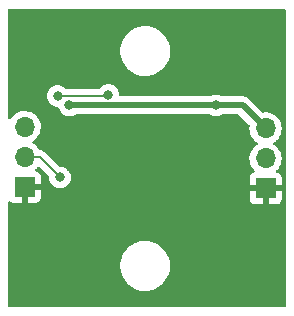
<source format=gbl>
%TF.GenerationSoftware,KiCad,Pcbnew,6.0.4-6f826c9f35~116~ubuntu20.04.1*%
%TF.CreationDate,2022-04-29T21:07:04-06:00*%
%TF.ProjectId,square,73717561-7265-42e6-9b69-6361645f7063,rev?*%
%TF.SameCoordinates,Original*%
%TF.FileFunction,Copper,L2,Bot*%
%TF.FilePolarity,Positive*%
%FSLAX46Y46*%
G04 Gerber Fmt 4.6, Leading zero omitted, Abs format (unit mm)*
G04 Created by KiCad (PCBNEW 6.0.4-6f826c9f35~116~ubuntu20.04.1) date 2022-04-29 21:07:04*
%MOMM*%
%LPD*%
G01*
G04 APERTURE LIST*
%TA.AperFunction,ComponentPad*%
%ADD10R,1.700000X1.700000*%
%TD*%
%TA.AperFunction,ComponentPad*%
%ADD11O,1.700000X1.700000*%
%TD*%
%TA.AperFunction,ViaPad*%
%ADD12C,0.800000*%
%TD*%
%TA.AperFunction,Conductor*%
%ADD13C,0.500000*%
%TD*%
%TA.AperFunction,Conductor*%
%ADD14C,0.200000*%
%TD*%
G04 APERTURE END LIST*
D10*
%TO.P,J2,1,Pin_1*%
%TO.N,GND*%
X60300000Y-48325000D03*
D11*
%TO.P,J2,2,Pin_2*%
%TO.N,/SIG_OUT*%
X60300000Y-45785000D03*
%TO.P,J2,3,Pin_3*%
%TO.N,VCC*%
X60300000Y-43245000D03*
%TD*%
D10*
%TO.P,J1,1,Pin_1*%
%TO.N,GND*%
X39900000Y-48215000D03*
D11*
%TO.P,J1,2,Pin_2*%
%TO.N,/SIG_IN*%
X39900000Y-45675000D03*
%TO.P,J1,3,Pin_3*%
%TO.N,VCC*%
X39900000Y-43135000D03*
%TD*%
D12*
%TO.N,VCC*%
X43700000Y-41300000D03*
X56100000Y-41300000D03*
%TO.N,GND*%
X45000000Y-44300000D03*
X56349500Y-44600000D03*
%TO.N,Net-(D1-Pad2)*%
X42700000Y-40500000D03*
X47000000Y-40400000D03*
%TO.N,/SIG_IN*%
X42900000Y-47400000D03*
%TD*%
D13*
%TO.N,VCC*%
X43700000Y-41300000D02*
X56100000Y-41300000D01*
X58355000Y-41300000D02*
X60300000Y-43245000D01*
X56100000Y-41300000D02*
X58355000Y-41300000D01*
%TO.N,GND*%
X45000000Y-44300000D02*
X45300000Y-44600000D01*
X45300000Y-44600000D02*
X56349500Y-44600000D01*
D14*
%TO.N,Net-(D1-Pad2)*%
X42700000Y-40500000D02*
X46900000Y-40500000D01*
X46900000Y-40500000D02*
X47000000Y-40400000D01*
%TO.N,/SIG_IN*%
X39900000Y-45675000D02*
X41175000Y-45675000D01*
X41175000Y-45675000D02*
X42900000Y-47400000D01*
%TD*%
%TA.AperFunction,Conductor*%
%TO.N,GND*%
G36*
X61933621Y-33128502D02*
G01*
X61980114Y-33182158D01*
X61991500Y-33234500D01*
X61991500Y-58265500D01*
X61971498Y-58333621D01*
X61917842Y-58380114D01*
X61865500Y-58391500D01*
X38634500Y-58391500D01*
X38566379Y-58371498D01*
X38519886Y-58317842D01*
X38508500Y-58265500D01*
X38508500Y-55016820D01*
X47990743Y-55016820D01*
X48028268Y-55301851D01*
X48104129Y-55579153D01*
X48216923Y-55843593D01*
X48364561Y-56090278D01*
X48544313Y-56314645D01*
X48752851Y-56512540D01*
X48986317Y-56680303D01*
X48990112Y-56682312D01*
X48990113Y-56682313D01*
X49011869Y-56693832D01*
X49240392Y-56814829D01*
X49510373Y-56913628D01*
X49791264Y-56974872D01*
X49819841Y-56977121D01*
X50014282Y-56992424D01*
X50014291Y-56992424D01*
X50016739Y-56992617D01*
X50172271Y-56992617D01*
X50174407Y-56992471D01*
X50174418Y-56992471D01*
X50382548Y-56978282D01*
X50382554Y-56978281D01*
X50386825Y-56977990D01*
X50391020Y-56977121D01*
X50391022Y-56977121D01*
X50527584Y-56948840D01*
X50668342Y-56919691D01*
X50939343Y-56823724D01*
X51194812Y-56691867D01*
X51198313Y-56689406D01*
X51198317Y-56689404D01*
X51312418Y-56609212D01*
X51430023Y-56526558D01*
X51640622Y-56330857D01*
X51822713Y-56108385D01*
X51972927Y-55863259D01*
X52088483Y-55600015D01*
X52167244Y-55323523D01*
X52207751Y-55038901D01*
X52207845Y-55021068D01*
X52209235Y-54755700D01*
X52209235Y-54755693D01*
X52209257Y-54751414D01*
X52171732Y-54466383D01*
X52095871Y-54189081D01*
X51983077Y-53924641D01*
X51835439Y-53677956D01*
X51655687Y-53453589D01*
X51447149Y-53255694D01*
X51213683Y-53087931D01*
X51191843Y-53076367D01*
X51168654Y-53064089D01*
X50959608Y-52953405D01*
X50689627Y-52854606D01*
X50408736Y-52793362D01*
X50377685Y-52790918D01*
X50185718Y-52775810D01*
X50185709Y-52775810D01*
X50183261Y-52775617D01*
X50027729Y-52775617D01*
X50025593Y-52775763D01*
X50025582Y-52775763D01*
X49817452Y-52789952D01*
X49817446Y-52789953D01*
X49813175Y-52790244D01*
X49808980Y-52791113D01*
X49808978Y-52791113D01*
X49672416Y-52819394D01*
X49531658Y-52848543D01*
X49260657Y-52944510D01*
X49005188Y-53076367D01*
X49001687Y-53078828D01*
X49001683Y-53078830D01*
X48991594Y-53085921D01*
X48769977Y-53241676D01*
X48559378Y-53437377D01*
X48377287Y-53659849D01*
X48227073Y-53904975D01*
X48111517Y-54168219D01*
X48032756Y-54444711D01*
X47992249Y-54729333D01*
X47992227Y-54733622D01*
X47992226Y-54733629D01*
X47990765Y-55012534D01*
X47990743Y-55016820D01*
X38508500Y-55016820D01*
X38508500Y-49545944D01*
X38528502Y-49477823D01*
X38582158Y-49431330D01*
X38652432Y-49421226D01*
X38710065Y-49445118D01*
X38796351Y-49509786D01*
X38811946Y-49518324D01*
X38932394Y-49563478D01*
X38947649Y-49567105D01*
X38998514Y-49572631D01*
X39005328Y-49573000D01*
X39627885Y-49573000D01*
X39643124Y-49568525D01*
X39644329Y-49567135D01*
X39646000Y-49559452D01*
X39646000Y-49554884D01*
X40154000Y-49554884D01*
X40158475Y-49570123D01*
X40159865Y-49571328D01*
X40167548Y-49572999D01*
X40794669Y-49572999D01*
X40801490Y-49572629D01*
X40852352Y-49567105D01*
X40867604Y-49563479D01*
X40988054Y-49518324D01*
X41003649Y-49509786D01*
X41105724Y-49433285D01*
X41118285Y-49420724D01*
X41194786Y-49318649D01*
X41203324Y-49303054D01*
X41234584Y-49219669D01*
X58942001Y-49219669D01*
X58942371Y-49226490D01*
X58947895Y-49277352D01*
X58951521Y-49292604D01*
X58996676Y-49413054D01*
X59005214Y-49428649D01*
X59081715Y-49530724D01*
X59094276Y-49543285D01*
X59196351Y-49619786D01*
X59211946Y-49628324D01*
X59332394Y-49673478D01*
X59347649Y-49677105D01*
X59398514Y-49682631D01*
X59405328Y-49683000D01*
X60027885Y-49683000D01*
X60043124Y-49678525D01*
X60044329Y-49677135D01*
X60046000Y-49669452D01*
X60046000Y-49664884D01*
X60554000Y-49664884D01*
X60558475Y-49680123D01*
X60559865Y-49681328D01*
X60567548Y-49682999D01*
X61194669Y-49682999D01*
X61201490Y-49682629D01*
X61252352Y-49677105D01*
X61267604Y-49673479D01*
X61388054Y-49628324D01*
X61403649Y-49619786D01*
X61505724Y-49543285D01*
X61518285Y-49530724D01*
X61594786Y-49428649D01*
X61603324Y-49413054D01*
X61648478Y-49292606D01*
X61652105Y-49277351D01*
X61657631Y-49226486D01*
X61658000Y-49219672D01*
X61658000Y-48597115D01*
X61653525Y-48581876D01*
X61652135Y-48580671D01*
X61644452Y-48579000D01*
X60572115Y-48579000D01*
X60556876Y-48583475D01*
X60555671Y-48584865D01*
X60554000Y-48592548D01*
X60554000Y-49664884D01*
X60046000Y-49664884D01*
X60046000Y-48597115D01*
X60041525Y-48581876D01*
X60040135Y-48580671D01*
X60032452Y-48579000D01*
X58960116Y-48579000D01*
X58944877Y-48583475D01*
X58943672Y-48584865D01*
X58942001Y-48592548D01*
X58942001Y-49219669D01*
X41234584Y-49219669D01*
X41248478Y-49182606D01*
X41252105Y-49167351D01*
X41257631Y-49116486D01*
X41258000Y-49109672D01*
X41258000Y-48487115D01*
X41253525Y-48471876D01*
X41252135Y-48470671D01*
X41244452Y-48469000D01*
X40172115Y-48469000D01*
X40156876Y-48473475D01*
X40155671Y-48474865D01*
X40154000Y-48482548D01*
X40154000Y-49554884D01*
X39646000Y-49554884D01*
X39646000Y-48087000D01*
X39666002Y-48018879D01*
X39719658Y-47972386D01*
X39772000Y-47961000D01*
X41239884Y-47961000D01*
X41255123Y-47956525D01*
X41256328Y-47955135D01*
X41257999Y-47947452D01*
X41257999Y-47320331D01*
X41257629Y-47313510D01*
X41252105Y-47262648D01*
X41248479Y-47247396D01*
X41203324Y-47126946D01*
X41194786Y-47111351D01*
X41118285Y-47009276D01*
X41105724Y-46996715D01*
X41003649Y-46920214D01*
X40988054Y-46911676D01*
X40877813Y-46870348D01*
X40821049Y-46827706D01*
X40796349Y-46761145D01*
X40811557Y-46691796D01*
X40833104Y-46663115D01*
X40934430Y-46562144D01*
X40934440Y-46562132D01*
X40938096Y-46558489D01*
X40941114Y-46554289D01*
X40960198Y-46527732D01*
X41016194Y-46484085D01*
X41086897Y-46477640D01*
X41151615Y-46512164D01*
X41950281Y-47310830D01*
X41984307Y-47373142D01*
X41986841Y-47396716D01*
X41986496Y-47400000D01*
X42006458Y-47589928D01*
X42065473Y-47771556D01*
X42160960Y-47936944D01*
X42165378Y-47941851D01*
X42165379Y-47941852D01*
X42277635Y-48066525D01*
X42288747Y-48078866D01*
X42443248Y-48191118D01*
X42449276Y-48193802D01*
X42449278Y-48193803D01*
X42611681Y-48266109D01*
X42617712Y-48268794D01*
X42711113Y-48288647D01*
X42798056Y-48307128D01*
X42798061Y-48307128D01*
X42804513Y-48308500D01*
X42995487Y-48308500D01*
X43001939Y-48307128D01*
X43001944Y-48307128D01*
X43088887Y-48288647D01*
X43182288Y-48268794D01*
X43188319Y-48266109D01*
X43350722Y-48193803D01*
X43350724Y-48193802D01*
X43356752Y-48191118D01*
X43511253Y-48078866D01*
X43522365Y-48066525D01*
X43634621Y-47941852D01*
X43634622Y-47941851D01*
X43639040Y-47936944D01*
X43734527Y-47771556D01*
X43793542Y-47589928D01*
X43813504Y-47400000D01*
X43796367Y-47236946D01*
X43794232Y-47216635D01*
X43794232Y-47216633D01*
X43793542Y-47210072D01*
X43734527Y-47028444D01*
X43730620Y-47021676D01*
X43692641Y-46955896D01*
X43639040Y-46863056D01*
X43605831Y-46826173D01*
X43515675Y-46726045D01*
X43515674Y-46726044D01*
X43511253Y-46721134D01*
X43356752Y-46608882D01*
X43350724Y-46606198D01*
X43350722Y-46606197D01*
X43188319Y-46533891D01*
X43188318Y-46533891D01*
X43182288Y-46531206D01*
X43088888Y-46511353D01*
X43001944Y-46492872D01*
X43001939Y-46492872D01*
X42995487Y-46491500D01*
X42904239Y-46491500D01*
X42836118Y-46471498D01*
X42815144Y-46454595D01*
X41639315Y-45278766D01*
X41628448Y-45266375D01*
X41614013Y-45247563D01*
X41608987Y-45241013D01*
X41577075Y-45216526D01*
X41577072Y-45216523D01*
X41481876Y-45143476D01*
X41333851Y-45082162D01*
X41325664Y-45081084D01*
X41325663Y-45081084D01*
X41314458Y-45079609D01*
X41283262Y-45075502D01*
X41214885Y-45066500D01*
X41214882Y-45066500D01*
X41214874Y-45066499D01*
X41175000Y-45061250D01*
X41175432Y-45057969D01*
X41122158Y-45042326D01*
X41084487Y-45004768D01*
X41082490Y-45001680D01*
X40980014Y-44843277D01*
X40829670Y-44678051D01*
X40825619Y-44674852D01*
X40825615Y-44674848D01*
X40658414Y-44542800D01*
X40658410Y-44542798D01*
X40654359Y-44539598D01*
X40613053Y-44516796D01*
X40563084Y-44466364D01*
X40548312Y-44396921D01*
X40573428Y-44330516D01*
X40600780Y-44303909D01*
X40644603Y-44272650D01*
X40779860Y-44176173D01*
X40938096Y-44018489D01*
X40986393Y-43951277D01*
X41065435Y-43841277D01*
X41068453Y-43837077D01*
X41115514Y-43741857D01*
X41165136Y-43641453D01*
X41165137Y-43641451D01*
X41167430Y-43636811D01*
X41232370Y-43423069D01*
X41261529Y-43201590D01*
X41263156Y-43135000D01*
X41244852Y-42912361D01*
X41190431Y-42695702D01*
X41101354Y-42490840D01*
X40980014Y-42303277D01*
X40829670Y-42138051D01*
X40825619Y-42134852D01*
X40825615Y-42134848D01*
X40658414Y-42002800D01*
X40658410Y-42002798D01*
X40654359Y-41999598D01*
X40458789Y-41891638D01*
X40453920Y-41889914D01*
X40453916Y-41889912D01*
X40253087Y-41818795D01*
X40253083Y-41818794D01*
X40248212Y-41817069D01*
X40243119Y-41816162D01*
X40243116Y-41816161D01*
X40033373Y-41778800D01*
X40033367Y-41778799D01*
X40028284Y-41777894D01*
X39954452Y-41776992D01*
X39810081Y-41775228D01*
X39810079Y-41775228D01*
X39804911Y-41775165D01*
X39584091Y-41808955D01*
X39371756Y-41878357D01*
X39341443Y-41894137D01*
X39279926Y-41926161D01*
X39173607Y-41981507D01*
X39169474Y-41984610D01*
X39169471Y-41984612D01*
X38999100Y-42112530D01*
X38994965Y-42115635D01*
X38840629Y-42277138D01*
X38747762Y-42413277D01*
X38738588Y-42426725D01*
X38683677Y-42471728D01*
X38613152Y-42479899D01*
X38549405Y-42448645D01*
X38512675Y-42387888D01*
X38508500Y-42355721D01*
X38508500Y-40500000D01*
X41786496Y-40500000D01*
X41787186Y-40506565D01*
X41794946Y-40580393D01*
X41806458Y-40689928D01*
X41865473Y-40871556D01*
X41960960Y-41036944D01*
X42088747Y-41178866D01*
X42243248Y-41291118D01*
X42249276Y-41293802D01*
X42249278Y-41293803D01*
X42411681Y-41366109D01*
X42417712Y-41368794D01*
X42511112Y-41388647D01*
X42598056Y-41407128D01*
X42598061Y-41407128D01*
X42604513Y-41408500D01*
X42688456Y-41408500D01*
X42756577Y-41428502D01*
X42803070Y-41482158D01*
X42808289Y-41495562D01*
X42865473Y-41671556D01*
X42960960Y-41836944D01*
X42965378Y-41841851D01*
X42965379Y-41841852D01*
X43027329Y-41910654D01*
X43088747Y-41978866D01*
X43187843Y-42050864D01*
X43237904Y-42087235D01*
X43243248Y-42091118D01*
X43249276Y-42093802D01*
X43249278Y-42093803D01*
X43357239Y-42141870D01*
X43417712Y-42168794D01*
X43511113Y-42188647D01*
X43598056Y-42207128D01*
X43598061Y-42207128D01*
X43604513Y-42208500D01*
X43795487Y-42208500D01*
X43801939Y-42207128D01*
X43801944Y-42207128D01*
X43888887Y-42188647D01*
X43982288Y-42168794D01*
X44042761Y-42141870D01*
X44150722Y-42093803D01*
X44150724Y-42093802D01*
X44156752Y-42091118D01*
X44162091Y-42087239D01*
X44162098Y-42087235D01*
X44168528Y-42082563D01*
X44242587Y-42058500D01*
X55557413Y-42058500D01*
X55631472Y-42082563D01*
X55637902Y-42087235D01*
X55637909Y-42087239D01*
X55643248Y-42091118D01*
X55649276Y-42093802D01*
X55649278Y-42093803D01*
X55757239Y-42141870D01*
X55817712Y-42168794D01*
X55911113Y-42188647D01*
X55998056Y-42207128D01*
X55998061Y-42207128D01*
X56004513Y-42208500D01*
X56195487Y-42208500D01*
X56201939Y-42207128D01*
X56201944Y-42207128D01*
X56288887Y-42188647D01*
X56382288Y-42168794D01*
X56442761Y-42141870D01*
X56550722Y-42093803D01*
X56550724Y-42093802D01*
X56556752Y-42091118D01*
X56562091Y-42087239D01*
X56562098Y-42087235D01*
X56568528Y-42082563D01*
X56642587Y-42058500D01*
X57988629Y-42058500D01*
X58056750Y-42078502D01*
X58077724Y-42095405D01*
X58919449Y-42937130D01*
X58953475Y-42999442D01*
X58955641Y-43039613D01*
X58937251Y-43211695D01*
X58937548Y-43216848D01*
X58937548Y-43216851D01*
X58949724Y-43428023D01*
X58950110Y-43434715D01*
X58951247Y-43439761D01*
X58951248Y-43439767D01*
X58971119Y-43527939D01*
X58999222Y-43652639D01*
X59083266Y-43859616D01*
X59085965Y-43864020D01*
X59182859Y-44022137D01*
X59199987Y-44050088D01*
X59346250Y-44218938D01*
X59518126Y-44361632D01*
X59522757Y-44364338D01*
X59591445Y-44404476D01*
X59640169Y-44456114D01*
X59653240Y-44525897D01*
X59626509Y-44591669D01*
X59586055Y-44625027D01*
X59573607Y-44631507D01*
X59569474Y-44634610D01*
X59569471Y-44634612D01*
X59399100Y-44762530D01*
X59394965Y-44765635D01*
X59391393Y-44769373D01*
X59320769Y-44843277D01*
X59240629Y-44927138D01*
X59237715Y-44931410D01*
X59237714Y-44931411D01*
X59198672Y-44988645D01*
X59114743Y-45111680D01*
X59099984Y-45143476D01*
X59037185Y-45278766D01*
X59020688Y-45314305D01*
X58960989Y-45529570D01*
X58937251Y-45751695D01*
X58937548Y-45756848D01*
X58937548Y-45756851D01*
X58949812Y-45969547D01*
X58950110Y-45974715D01*
X58951247Y-45979761D01*
X58951248Y-45979767D01*
X58971119Y-46067939D01*
X58999222Y-46192639D01*
X59083266Y-46399616D01*
X59085965Y-46404020D01*
X59165550Y-46533891D01*
X59199987Y-46590088D01*
X59346250Y-46758938D01*
X59350225Y-46762238D01*
X59350231Y-46762244D01*
X59355425Y-46766556D01*
X59395059Y-46825460D01*
X59396555Y-46896441D01*
X59359439Y-46956962D01*
X59319168Y-46981480D01*
X59211946Y-47021676D01*
X59196351Y-47030214D01*
X59094276Y-47106715D01*
X59081715Y-47119276D01*
X59005214Y-47221351D01*
X58996676Y-47236946D01*
X58951522Y-47357394D01*
X58947895Y-47372649D01*
X58942369Y-47423514D01*
X58942000Y-47430328D01*
X58942000Y-48052885D01*
X58946475Y-48068124D01*
X58947865Y-48069329D01*
X58955548Y-48071000D01*
X61639884Y-48071000D01*
X61655123Y-48066525D01*
X61656328Y-48065135D01*
X61657999Y-48057452D01*
X61657999Y-47430331D01*
X61657629Y-47423510D01*
X61652105Y-47372648D01*
X61648479Y-47357396D01*
X61603324Y-47236946D01*
X61594786Y-47221351D01*
X61518285Y-47119276D01*
X61505724Y-47106715D01*
X61403649Y-47030214D01*
X61388054Y-47021676D01*
X61277813Y-46980348D01*
X61221049Y-46937706D01*
X61196349Y-46871145D01*
X61211557Y-46801796D01*
X61233104Y-46773115D01*
X61334430Y-46672144D01*
X61334440Y-46672132D01*
X61338096Y-46668489D01*
X61397594Y-46585689D01*
X61465435Y-46491277D01*
X61468453Y-46487077D01*
X61474082Y-46475689D01*
X61565136Y-46291453D01*
X61565137Y-46291451D01*
X61567430Y-46286811D01*
X61599900Y-46179940D01*
X61630865Y-46078023D01*
X61630865Y-46078021D01*
X61632370Y-46073069D01*
X61661529Y-45851590D01*
X61663156Y-45785000D01*
X61644852Y-45562361D01*
X61590431Y-45345702D01*
X61501354Y-45140840D01*
X61447742Y-45057969D01*
X61382822Y-44957617D01*
X61382820Y-44957614D01*
X61380014Y-44953277D01*
X61229670Y-44788051D01*
X61225619Y-44784852D01*
X61225615Y-44784848D01*
X61058414Y-44652800D01*
X61058410Y-44652798D01*
X61054359Y-44649598D01*
X61013053Y-44626796D01*
X60963084Y-44576364D01*
X60948312Y-44506921D01*
X60973428Y-44440516D01*
X61000780Y-44413909D01*
X61070276Y-44364338D01*
X61179860Y-44286173D01*
X61217839Y-44248327D01*
X61261209Y-44205107D01*
X61338096Y-44128489D01*
X61397594Y-44045689D01*
X61465435Y-43951277D01*
X61468453Y-43947077D01*
X61474082Y-43935689D01*
X61565136Y-43751453D01*
X61565137Y-43751451D01*
X61567430Y-43746811D01*
X61602356Y-43631857D01*
X61630865Y-43538023D01*
X61630865Y-43538021D01*
X61632370Y-43533069D01*
X61661529Y-43311590D01*
X61663156Y-43245000D01*
X61644852Y-43022361D01*
X61590431Y-42805702D01*
X61501354Y-42600840D01*
X61417828Y-42471728D01*
X61382822Y-42417617D01*
X61382820Y-42417614D01*
X61380014Y-42413277D01*
X61229670Y-42248051D01*
X61225619Y-42244852D01*
X61225615Y-42244848D01*
X61058414Y-42112800D01*
X61058410Y-42112798D01*
X61054359Y-42109598D01*
X61028649Y-42095405D01*
X60998028Y-42078502D01*
X60858789Y-42001638D01*
X60853920Y-41999914D01*
X60853916Y-41999912D01*
X60653087Y-41928795D01*
X60653083Y-41928794D01*
X60648212Y-41927069D01*
X60643119Y-41926162D01*
X60643116Y-41926161D01*
X60433373Y-41888800D01*
X60433367Y-41888799D01*
X60428284Y-41887894D01*
X60357770Y-41887033D01*
X60210082Y-41885228D01*
X60210080Y-41885228D01*
X60204911Y-41885165D01*
X60163262Y-41891538D01*
X60101385Y-41901006D01*
X60031023Y-41891538D01*
X59993232Y-41865551D01*
X58938770Y-40811089D01*
X58926384Y-40796677D01*
X58917851Y-40785082D01*
X58917846Y-40785077D01*
X58913508Y-40779182D01*
X58907930Y-40774443D01*
X58907927Y-40774440D01*
X58873232Y-40744965D01*
X58865716Y-40738035D01*
X58860021Y-40732340D01*
X58853880Y-40727482D01*
X58837749Y-40714719D01*
X58834345Y-40711928D01*
X58784297Y-40669409D01*
X58784295Y-40669408D01*
X58778715Y-40664667D01*
X58772199Y-40661339D01*
X58767150Y-40657972D01*
X58762021Y-40654805D01*
X58756284Y-40650266D01*
X58690125Y-40619345D01*
X58686225Y-40617439D01*
X58621192Y-40584231D01*
X58614084Y-40582492D01*
X58608441Y-40580393D01*
X58602678Y-40578476D01*
X58596050Y-40575378D01*
X58524583Y-40560513D01*
X58520299Y-40559543D01*
X58449390Y-40542192D01*
X58443788Y-40541844D01*
X58443785Y-40541844D01*
X58438236Y-40541500D01*
X58438238Y-40541464D01*
X58434245Y-40541225D01*
X58430053Y-40540851D01*
X58422885Y-40539360D01*
X58356675Y-40541151D01*
X58345479Y-40541454D01*
X58342072Y-40541500D01*
X56642587Y-40541500D01*
X56568528Y-40517437D01*
X56562098Y-40512765D01*
X56562091Y-40512761D01*
X56556752Y-40508882D01*
X56550724Y-40506198D01*
X56550722Y-40506197D01*
X56388319Y-40433891D01*
X56388318Y-40433891D01*
X56382288Y-40431206D01*
X56288888Y-40411353D01*
X56201944Y-40392872D01*
X56201939Y-40392872D01*
X56195487Y-40391500D01*
X56004513Y-40391500D01*
X55998061Y-40392872D01*
X55998056Y-40392872D01*
X55911112Y-40411353D01*
X55817712Y-40431206D01*
X55811682Y-40433891D01*
X55811681Y-40433891D01*
X55649278Y-40506197D01*
X55649276Y-40506198D01*
X55643248Y-40508882D01*
X55637909Y-40512761D01*
X55637902Y-40512765D01*
X55631472Y-40517437D01*
X55557413Y-40541500D01*
X48038569Y-40541500D01*
X47970448Y-40521498D01*
X47923955Y-40467842D01*
X47915030Y-40413170D01*
X47912814Y-40413170D01*
X47912814Y-40406565D01*
X47913504Y-40400000D01*
X47904052Y-40310072D01*
X47894232Y-40216635D01*
X47894232Y-40216633D01*
X47893542Y-40210072D01*
X47834527Y-40028444D01*
X47739040Y-39863056D01*
X47611253Y-39721134D01*
X47456752Y-39608882D01*
X47450724Y-39606198D01*
X47450722Y-39606197D01*
X47288319Y-39533891D01*
X47288318Y-39533891D01*
X47282288Y-39531206D01*
X47188888Y-39511353D01*
X47101944Y-39492872D01*
X47101939Y-39492872D01*
X47095487Y-39491500D01*
X46904513Y-39491500D01*
X46898061Y-39492872D01*
X46898056Y-39492872D01*
X46811112Y-39511353D01*
X46717712Y-39531206D01*
X46711682Y-39533891D01*
X46711681Y-39533891D01*
X46549278Y-39606197D01*
X46549276Y-39606198D01*
X46543248Y-39608882D01*
X46388747Y-39721134D01*
X46302200Y-39817255D01*
X46272887Y-39849810D01*
X46212441Y-39887050D01*
X46179251Y-39891500D01*
X43430710Y-39891500D01*
X43362589Y-39871498D01*
X43337074Y-39849811D01*
X43315668Y-39826037D01*
X43315666Y-39826036D01*
X43311253Y-39821134D01*
X43180375Y-39726045D01*
X43162094Y-39712763D01*
X43162093Y-39712762D01*
X43156752Y-39708882D01*
X43150724Y-39706198D01*
X43150722Y-39706197D01*
X42988319Y-39633891D01*
X42988318Y-39633891D01*
X42982288Y-39631206D01*
X42888887Y-39611353D01*
X42801944Y-39592872D01*
X42801939Y-39592872D01*
X42795487Y-39591500D01*
X42604513Y-39591500D01*
X42598061Y-39592872D01*
X42598056Y-39592872D01*
X42511113Y-39611353D01*
X42417712Y-39631206D01*
X42411682Y-39633891D01*
X42411681Y-39633891D01*
X42249278Y-39706197D01*
X42249276Y-39706198D01*
X42243248Y-39708882D01*
X42237907Y-39712762D01*
X42237906Y-39712763D01*
X42219625Y-39726045D01*
X42088747Y-39821134D01*
X41960960Y-39963056D01*
X41865473Y-40128444D01*
X41806458Y-40310072D01*
X41786496Y-40500000D01*
X38508500Y-40500000D01*
X38508500Y-36832703D01*
X47990743Y-36832703D01*
X48028268Y-37117734D01*
X48104129Y-37395036D01*
X48216923Y-37659476D01*
X48364561Y-37906161D01*
X48544313Y-38130528D01*
X48752851Y-38328423D01*
X48986317Y-38496186D01*
X48990112Y-38498195D01*
X48990113Y-38498196D01*
X49011869Y-38509715D01*
X49240392Y-38630712D01*
X49510373Y-38729511D01*
X49791264Y-38790755D01*
X49819841Y-38793004D01*
X50014282Y-38808307D01*
X50014291Y-38808307D01*
X50016739Y-38808500D01*
X50172271Y-38808500D01*
X50174407Y-38808354D01*
X50174418Y-38808354D01*
X50382548Y-38794165D01*
X50382554Y-38794164D01*
X50386825Y-38793873D01*
X50391020Y-38793004D01*
X50391022Y-38793004D01*
X50527584Y-38764723D01*
X50668342Y-38735574D01*
X50939343Y-38639607D01*
X51194812Y-38507750D01*
X51198313Y-38505289D01*
X51198317Y-38505287D01*
X51312418Y-38425095D01*
X51430023Y-38342441D01*
X51640622Y-38146740D01*
X51822713Y-37924268D01*
X51972927Y-37679142D01*
X52088483Y-37415898D01*
X52167244Y-37139406D01*
X52207751Y-36854784D01*
X52207845Y-36836951D01*
X52209235Y-36571583D01*
X52209235Y-36571576D01*
X52209257Y-36567297D01*
X52171732Y-36282266D01*
X52095871Y-36004964D01*
X51983077Y-35740524D01*
X51835439Y-35493839D01*
X51655687Y-35269472D01*
X51447149Y-35071577D01*
X51213683Y-34903814D01*
X51191843Y-34892250D01*
X51168654Y-34879972D01*
X50959608Y-34769288D01*
X50689627Y-34670489D01*
X50408736Y-34609245D01*
X50377685Y-34606801D01*
X50185718Y-34591693D01*
X50185709Y-34591693D01*
X50183261Y-34591500D01*
X50027729Y-34591500D01*
X50025593Y-34591646D01*
X50025582Y-34591646D01*
X49817452Y-34605835D01*
X49817446Y-34605836D01*
X49813175Y-34606127D01*
X49808980Y-34606996D01*
X49808978Y-34606996D01*
X49672416Y-34635277D01*
X49531658Y-34664426D01*
X49260657Y-34760393D01*
X49005188Y-34892250D01*
X49001687Y-34894711D01*
X49001683Y-34894713D01*
X48991594Y-34901804D01*
X48769977Y-35057559D01*
X48559378Y-35253260D01*
X48377287Y-35475732D01*
X48227073Y-35720858D01*
X48111517Y-35984102D01*
X48032756Y-36260594D01*
X47992249Y-36545216D01*
X47992227Y-36549505D01*
X47992226Y-36549512D01*
X47990765Y-36828417D01*
X47990743Y-36832703D01*
X38508500Y-36832703D01*
X38508500Y-33234500D01*
X38528502Y-33166379D01*
X38582158Y-33119886D01*
X38634500Y-33108500D01*
X61865500Y-33108500D01*
X61933621Y-33128502D01*
G37*
%TD.AperFunction*%
%TD*%
M02*

</source>
